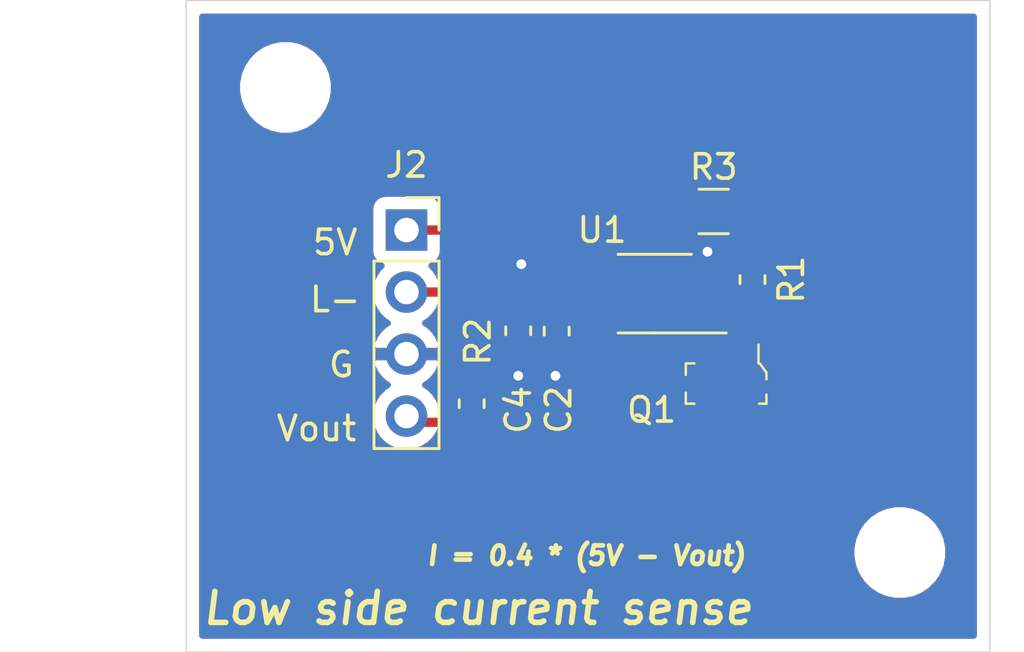
<source format=kicad_pcb>
(kicad_pcb (version 20171130) (host pcbnew 5.1.6-c6e7f7d~87~ubuntu18.04.1)

  (general
    (thickness 1.6)
    (drawings 11)
    (tracks 48)
    (zones 0)
    (modules 10)
    (nets 11)
  )

  (page A4)
  (layers
    (0 F.Cu signal)
    (31 B.Cu signal)
    (32 B.Adhes user)
    (33 F.Adhes user)
    (34 B.Paste user)
    (35 F.Paste user)
    (36 B.SilkS user)
    (37 F.SilkS user)
    (38 B.Mask user)
    (39 F.Mask user)
    (40 Dwgs.User user)
    (41 Cmts.User user)
    (42 Eco1.User user)
    (43 Eco2.User user hide)
    (44 Edge.Cuts user)
    (45 Margin user)
    (46 B.CrtYd user)
    (47 F.CrtYd user)
    (48 B.Fab user)
    (49 F.Fab user hide)
  )

  (setup
    (last_trace_width 0.381)
    (user_trace_width 0.1524)
    (user_trace_width 0.254)
    (user_trace_width 0.381)
    (user_trace_width 0.508)
    (user_trace_width 0.635)
    (trace_clearance 0.2)
    (zone_clearance 0.508)
    (zone_45_only no)
    (trace_min 0.2)
    (via_size 0.8)
    (via_drill 0.4)
    (via_min_size 0.4)
    (via_min_drill 0.3)
    (uvia_size 0.3)
    (uvia_drill 0.1)
    (uvias_allowed no)
    (uvia_min_size 0.2)
    (uvia_min_drill 0.1)
    (edge_width 0.05)
    (segment_width 0.2)
    (pcb_text_width 0.3)
    (pcb_text_size 1.5 1.5)
    (mod_edge_width 0.12)
    (mod_text_size 1 1)
    (mod_text_width 0.15)
    (pad_size 1.524 1.524)
    (pad_drill 0.762)
    (pad_to_mask_clearance 0.05)
    (aux_axis_origin 0 0)
    (visible_elements FFFFFF7F)
    (pcbplotparams
      (layerselection 0x010fc_ffffffff)
      (usegerberextensions false)
      (usegerberattributes true)
      (usegerberadvancedattributes true)
      (creategerberjobfile true)
      (excludeedgelayer true)
      (linewidth 0.100000)
      (plotframeref false)
      (viasonmask false)
      (mode 1)
      (useauxorigin false)
      (hpglpennumber 1)
      (hpglpenspeed 20)
      (hpglpendiameter 15.000000)
      (psnegative false)
      (psa4output false)
      (plotreference true)
      (plotvalue true)
      (plotinvisibletext false)
      (padsonsilk false)
      (subtractmaskfromsilk false)
      (outputformat 1)
      (mirror false)
      (drillshape 0)
      (scaleselection 1)
      (outputdirectory "../production/gerbers"))
  )

  (net 0 "")
  (net 1 GND)
  (net 2 /Vout)
  (net 3 "Net-(U1-Pad8)")
  (net 4 +5V)
  (net 5 "Net-(U1-Pad5)")
  (net 6 "Net-(U1-Pad1)")
  (net 7 /LOAD_RETURN)
  (net 8 "Net-(Q1-Pad1)")
  (net 9 "Net-(Q1-Pad2)")
  (net 10 "Net-(R1-Pad2)")

  (net_class Default "This is the default net class."
    (clearance 0.2)
    (trace_width 0.25)
    (via_dia 0.8)
    (via_drill 0.4)
    (uvia_dia 0.3)
    (uvia_drill 0.1)
    (add_net +5V)
    (add_net /LOAD_RETURN)
    (add_net /Vout)
    (add_net GND)
    (add_net "Net-(Q1-Pad1)")
    (add_net "Net-(Q1-Pad2)")
    (add_net "Net-(R1-Pad2)")
    (add_net "Net-(U1-Pad1)")
    (add_net "Net-(U1-Pad5)")
    (add_net "Net-(U1-Pad8)")
  )

  (module Resistor_SMD:R_1206_3216Metric (layer F.Cu) (tedit 5B301BBD) (tstamp 61AC7634)
    (at 165.1 92.456)
    (descr "Resistor SMD 1206 (3216 Metric), square (rectangular) end terminal, IPC_7351 nominal, (Body size source: http://www.tortai-tech.com/upload/download/2011102023233369053.pdf), generated with kicad-footprint-generator")
    (tags resistor)
    (path /61AFA3B2)
    (attr smd)
    (fp_text reference R3 (at 0 -1.82) (layer F.SilkS)
      (effects (font (size 1 1) (thickness 0.15)))
    )
    (fp_text value 0.1R (at 0 1.82) (layer F.Fab)
      (effects (font (size 1 1) (thickness 0.15)))
    )
    (fp_text user %R (at 0 0) (layer F.Fab)
      (effects (font (size 0.8 0.8) (thickness 0.12)))
    )
    (fp_line (start -1.6 0.8) (end -1.6 -0.8) (layer F.Fab) (width 0.1))
    (fp_line (start -1.6 -0.8) (end 1.6 -0.8) (layer F.Fab) (width 0.1))
    (fp_line (start 1.6 -0.8) (end 1.6 0.8) (layer F.Fab) (width 0.1))
    (fp_line (start 1.6 0.8) (end -1.6 0.8) (layer F.Fab) (width 0.1))
    (fp_line (start -0.602064 -0.91) (end 0.602064 -0.91) (layer F.SilkS) (width 0.12))
    (fp_line (start -0.602064 0.91) (end 0.602064 0.91) (layer F.SilkS) (width 0.12))
    (fp_line (start -2.28 1.12) (end -2.28 -1.12) (layer F.CrtYd) (width 0.05))
    (fp_line (start -2.28 -1.12) (end 2.28 -1.12) (layer F.CrtYd) (width 0.05))
    (fp_line (start 2.28 -1.12) (end 2.28 1.12) (layer F.CrtYd) (width 0.05))
    (fp_line (start 2.28 1.12) (end -2.28 1.12) (layer F.CrtYd) (width 0.05))
    (pad 2 smd roundrect (at 1.4 0) (size 1.25 1.75) (layers F.Cu F.Paste F.Mask) (roundrect_rratio 0.2)
      (net 10 "Net-(R1-Pad2)"))
    (pad 1 smd roundrect (at -1.4 0) (size 1.25 1.75) (layers F.Cu F.Paste F.Mask) (roundrect_rratio 0.2)
      (net 7 /LOAD_RETURN))
    (model ${KISYS3DMOD}/Resistor_SMD.3dshapes/R_1206_3216Metric.wrl
      (at (xyz 0 0 0))
      (scale (xyz 1 1 1))
      (rotate (xyz 0 0 0))
    )
  )

  (module Package_SO:MSOP-8_3x3mm_P0.65mm (layer F.Cu) (tedit 5E509FDD) (tstamp 61AC764E)
    (at 162.687 95.8215 180)
    (descr "MSOP, 8 Pin (https://www.jedec.org/system/files/docs/mo-187F.pdf variant AA), generated with kicad-footprint-generator ipc_gullwing_generator.py")
    (tags "MSOP SO")
    (path /61ACA9EB)
    (attr smd)
    (fp_text reference U1 (at 2.159 2.6035) (layer F.SilkS)
      (effects (font (size 1 1) (thickness 0.15)))
    )
    (fp_text value AD8551RM (at 0 2.45) (layer F.Fab)
      (effects (font (size 1 1) (thickness 0.15)))
    )
    (fp_text user %R (at 0 0) (layer F.Fab)
      (effects (font (size 0.75 0.75) (thickness 0.11)))
    )
    (fp_line (start 0 1.61) (end 1.5 1.61) (layer F.SilkS) (width 0.12))
    (fp_line (start 0 1.61) (end -1.5 1.61) (layer F.SilkS) (width 0.12))
    (fp_line (start 0 -1.61) (end 1.5 -1.61) (layer F.SilkS) (width 0.12))
    (fp_line (start 0 -1.61) (end -2.925 -1.61) (layer F.SilkS) (width 0.12))
    (fp_line (start -0.75 -1.5) (end 1.5 -1.5) (layer F.Fab) (width 0.1))
    (fp_line (start 1.5 -1.5) (end 1.5 1.5) (layer F.Fab) (width 0.1))
    (fp_line (start 1.5 1.5) (end -1.5 1.5) (layer F.Fab) (width 0.1))
    (fp_line (start -1.5 1.5) (end -1.5 -0.75) (layer F.Fab) (width 0.1))
    (fp_line (start -1.5 -0.75) (end -0.75 -1.5) (layer F.Fab) (width 0.1))
    (fp_line (start -3.18 -1.75) (end -3.18 1.75) (layer F.CrtYd) (width 0.05))
    (fp_line (start -3.18 1.75) (end 3.18 1.75) (layer F.CrtYd) (width 0.05))
    (fp_line (start 3.18 1.75) (end 3.18 -1.75) (layer F.CrtYd) (width 0.05))
    (fp_line (start 3.18 -1.75) (end -3.18 -1.75) (layer F.CrtYd) (width 0.05))
    (pad 8 smd roundrect (at 2.1125 -0.975 180) (size 1.625 0.4) (layers F.Cu F.Paste F.Mask) (roundrect_rratio 0.25)
      (net 3 "Net-(U1-Pad8)"))
    (pad 7 smd roundrect (at 2.1125 -0.325 180) (size 1.625 0.4) (layers F.Cu F.Paste F.Mask) (roundrect_rratio 0.25)
      (net 4 +5V))
    (pad 6 smd roundrect (at 2.1125 0.325 180) (size 1.625 0.4) (layers F.Cu F.Paste F.Mask) (roundrect_rratio 0.25)
      (net 9 "Net-(Q1-Pad2)"))
    (pad 5 smd roundrect (at 2.1125 0.975 180) (size 1.625 0.4) (layers F.Cu F.Paste F.Mask) (roundrect_rratio 0.25)
      (net 5 "Net-(U1-Pad5)"))
    (pad 4 smd roundrect (at -2.1125 0.975 180) (size 1.625 0.4) (layers F.Cu F.Paste F.Mask) (roundrect_rratio 0.25)
      (net 1 GND))
    (pad 3 smd roundrect (at -2.1125 0.325 180) (size 1.625 0.4) (layers F.Cu F.Paste F.Mask) (roundrect_rratio 0.25)
      (net 7 /LOAD_RETURN))
    (pad 2 smd roundrect (at -2.1125 -0.325 180) (size 1.625 0.4) (layers F.Cu F.Paste F.Mask) (roundrect_rratio 0.25)
      (net 8 "Net-(Q1-Pad1)"))
    (pad 1 smd roundrect (at -2.1125 -0.975 180) (size 1.625 0.4) (layers F.Cu F.Paste F.Mask) (roundrect_rratio 0.25)
      (net 6 "Net-(U1-Pad1)"))
    (model ${KISYS3DMOD}/Package_SO.3dshapes/MSOP-8_3x3mm_P0.65mm.wrl
      (at (xyz 0 0 0))
      (scale (xyz 1 1 1))
      (rotate (xyz 0 0 0))
    )
  )

  (module Resistor_SMD:R_0603_1608Metric (layer F.Cu) (tedit 5B301BBD) (tstamp 61AC7623)
    (at 155.194 100.33 270)
    (descr "Resistor SMD 0603 (1608 Metric), square (rectangular) end terminal, IPC_7351 nominal, (Body size source: http://www.tortai-tech.com/upload/download/2011102023233369053.pdf), generated with kicad-footprint-generator")
    (tags resistor)
    (path /61AF70FF)
    (attr smd)
    (fp_text reference R2 (at -2.54 -0.254 90) (layer F.SilkS)
      (effects (font (size 1 1) (thickness 0.15)))
    )
    (fp_text value 2.49K (at 0 1.43 90) (layer F.Fab)
      (effects (font (size 1 1) (thickness 0.15)))
    )
    (fp_text user %R (at 0 0 90) (layer F.Fab)
      (effects (font (size 0.4 0.4) (thickness 0.06)))
    )
    (fp_line (start -0.8 0.4) (end -0.8 -0.4) (layer F.Fab) (width 0.1))
    (fp_line (start -0.8 -0.4) (end 0.8 -0.4) (layer F.Fab) (width 0.1))
    (fp_line (start 0.8 -0.4) (end 0.8 0.4) (layer F.Fab) (width 0.1))
    (fp_line (start 0.8 0.4) (end -0.8 0.4) (layer F.Fab) (width 0.1))
    (fp_line (start -0.162779 -0.51) (end 0.162779 -0.51) (layer F.SilkS) (width 0.12))
    (fp_line (start -0.162779 0.51) (end 0.162779 0.51) (layer F.SilkS) (width 0.12))
    (fp_line (start -1.48 0.73) (end -1.48 -0.73) (layer F.CrtYd) (width 0.05))
    (fp_line (start -1.48 -0.73) (end 1.48 -0.73) (layer F.CrtYd) (width 0.05))
    (fp_line (start 1.48 -0.73) (end 1.48 0.73) (layer F.CrtYd) (width 0.05))
    (fp_line (start 1.48 0.73) (end -1.48 0.73) (layer F.CrtYd) (width 0.05))
    (pad 2 smd roundrect (at 0.7875 0 270) (size 0.875 0.95) (layers F.Cu F.Paste F.Mask) (roundrect_rratio 0.25)
      (net 2 /Vout))
    (pad 1 smd roundrect (at -0.7875 0 270) (size 0.875 0.95) (layers F.Cu F.Paste F.Mask) (roundrect_rratio 0.25)
      (net 4 +5V))
    (model ${KISYS3DMOD}/Resistor_SMD.3dshapes/R_0603_1608Metric.wrl
      (at (xyz 0 0 0))
      (scale (xyz 1 1 1))
      (rotate (xyz 0 0 0))
    )
  )

  (module Resistor_SMD:R_0603_1608Metric (layer F.Cu) (tedit 5B301BBD) (tstamp 61AC7612)
    (at 166.6875 95.25 90)
    (descr "Resistor SMD 0603 (1608 Metric), square (rectangular) end terminal, IPC_7351 nominal, (Body size source: http://www.tortai-tech.com/upload/download/2011102023233369053.pdf), generated with kicad-footprint-generator")
    (tags resistor)
    (path /61AF9EFB)
    (attr smd)
    (fp_text reference R1 (at 0 1.5875 90) (layer F.SilkS)
      (effects (font (size 1 1) (thickness 0.15)))
    )
    (fp_text value 100R (at 0 1.43 90) (layer F.Fab)
      (effects (font (size 1 1) (thickness 0.15)))
    )
    (fp_text user %R (at 0 0 90) (layer F.Fab)
      (effects (font (size 0.4 0.4) (thickness 0.06)))
    )
    (fp_line (start -0.8 0.4) (end -0.8 -0.4) (layer F.Fab) (width 0.1))
    (fp_line (start -0.8 -0.4) (end 0.8 -0.4) (layer F.Fab) (width 0.1))
    (fp_line (start 0.8 -0.4) (end 0.8 0.4) (layer F.Fab) (width 0.1))
    (fp_line (start 0.8 0.4) (end -0.8 0.4) (layer F.Fab) (width 0.1))
    (fp_line (start -0.162779 -0.51) (end 0.162779 -0.51) (layer F.SilkS) (width 0.12))
    (fp_line (start -0.162779 0.51) (end 0.162779 0.51) (layer F.SilkS) (width 0.12))
    (fp_line (start -1.48 0.73) (end -1.48 -0.73) (layer F.CrtYd) (width 0.05))
    (fp_line (start -1.48 -0.73) (end 1.48 -0.73) (layer F.CrtYd) (width 0.05))
    (fp_line (start 1.48 -0.73) (end 1.48 0.73) (layer F.CrtYd) (width 0.05))
    (fp_line (start 1.48 0.73) (end -1.48 0.73) (layer F.CrtYd) (width 0.05))
    (pad 2 smd roundrect (at 0.7875 0 90) (size 0.875 0.95) (layers F.Cu F.Paste F.Mask) (roundrect_rratio 0.25)
      (net 10 "Net-(R1-Pad2)"))
    (pad 1 smd roundrect (at -0.7875 0 90) (size 0.875 0.95) (layers F.Cu F.Paste F.Mask) (roundrect_rratio 0.25)
      (net 8 "Net-(Q1-Pad1)"))
    (model ${KISYS3DMOD}/Resistor_SMD.3dshapes/R_0603_1608Metric.wrl
      (at (xyz 0 0 0))
      (scale (xyz 1 1 1))
      (rotate (xyz 0 0 0))
    )
  )

  (module digikey-footprints:SOT-23-3 (layer F.Cu) (tedit 5D28A5E3) (tstamp 61AC7601)
    (at 165.608 99.5045 270)
    (path /61AF4A02)
    (attr smd)
    (fp_text reference Q1 (at 1.0795 3.048 180) (layer F.SilkS)
      (effects (font (size 1 1) (thickness 0.15)))
    )
    (fp_text value 2N3904BU (at 0.025 3.25 90) (layer F.Fab)
      (effects (font (size 1 1) (thickness 0.15)))
    )
    (fp_text user %R (at -0.125 0.15 90) (layer F.Fab)
      (effects (font (size 0.25 0.25) (thickness 0.05)))
    )
    (fp_line (start -1.825 -1.95) (end 1.825 -1.95) (layer F.CrtYd) (width 0.05))
    (fp_line (start -1.825 -1.95) (end -1.825 1.95) (layer F.CrtYd) (width 0.05))
    (fp_line (start 1.825 1.95) (end -1.825 1.95) (layer F.CrtYd) (width 0.05))
    (fp_line (start 1.825 -1.95) (end 1.825 1.95) (layer F.CrtYd) (width 0.05))
    (fp_line (start -0.175 -1.65) (end -0.45 -1.65) (layer F.SilkS) (width 0.1))
    (fp_line (start -0.45 -1.65) (end -0.825 -1.375) (layer F.SilkS) (width 0.1))
    (fp_line (start -0.825 -1.375) (end -0.825 -1.325) (layer F.SilkS) (width 0.1))
    (fp_line (start -0.825 -1.325) (end -1.6 -1.325) (layer F.SilkS) (width 0.1))
    (fp_line (start -0.7 -1.325) (end -0.7 1.525) (layer F.Fab) (width 0.1))
    (fp_line (start -0.425 -1.525) (end 0.7 -1.525) (layer F.Fab) (width 0.1))
    (fp_line (start -0.425 -1.525) (end -0.7 -1.325) (layer F.Fab) (width 0.1))
    (fp_line (start -0.35 1.65) (end -0.825 1.65) (layer F.SilkS) (width 0.1))
    (fp_line (start -0.825 1.65) (end -0.825 1.3) (layer F.SilkS) (width 0.1))
    (fp_line (start 0.825 1.425) (end 0.825 1.3) (layer F.SilkS) (width 0.1))
    (fp_line (start 0.825 1.35) (end 0.825 1.65) (layer F.SilkS) (width 0.1))
    (fp_line (start 0.825 1.65) (end 0.375 1.65) (layer F.SilkS) (width 0.1))
    (fp_line (start 0.45 -1.65) (end 0.825 -1.65) (layer F.SilkS) (width 0.1))
    (fp_line (start 0.825 -1.65) (end 0.825 -1.35) (layer F.SilkS) (width 0.1))
    (fp_line (start -0.7 1.52) (end 0.7 1.52) (layer F.Fab) (width 0.1))
    (fp_line (start 0.7 1.52) (end 0.7 -1.52) (layer F.Fab) (width 0.1))
    (pad 1 smd rect (at -1.05 -0.95 270) (size 1.3 0.6) (layers F.Cu F.Paste F.Mask)
      (net 8 "Net-(Q1-Pad1)") (solder_mask_margin 0.07))
    (pad 2 smd rect (at -1.05 0.95 270) (size 1.3 0.6) (layers F.Cu F.Paste F.Mask)
      (net 9 "Net-(Q1-Pad2)") (solder_mask_margin 0.07))
    (pad 3 smd rect (at 1.05 0 270) (size 1.3 0.6) (layers F.Cu F.Paste F.Mask)
      (net 2 /Vout) (solder_mask_margin 0.07))
    (model ${KISYS3DMOD}/Package_TO_SOT_SMD.3dshapes/SOT-23.wrl
      (at (xyz 0 0 0))
      (scale (xyz 1 1 1))
      (rotate (xyz 0 0 0))
    )
  )

  (module Capacitor_SMD:C_0603_1608Metric (layer F.Cu) (tedit 5B301BBE) (tstamp 61AC6D3D)
    (at 157.099 97.3455 90)
    (descr "Capacitor SMD 0603 (1608 Metric), square (rectangular) end terminal, IPC_7351 nominal, (Body size source: http://www.tortai-tech.com/upload/download/2011102023233369053.pdf), generated with kicad-footprint-generator")
    (tags capacitor)
    (path /61C7449E)
    (attr smd)
    (fp_text reference C4 (at -3.2385 0 90) (layer F.SilkS)
      (effects (font (size 1 1) (thickness 0.15)))
    )
    (fp_text value 1uF (at 0 1.43 90) (layer F.Fab)
      (effects (font (size 1 1) (thickness 0.15)))
    )
    (fp_line (start 1.48 0.73) (end -1.48 0.73) (layer F.CrtYd) (width 0.05))
    (fp_line (start 1.48 -0.73) (end 1.48 0.73) (layer F.CrtYd) (width 0.05))
    (fp_line (start -1.48 -0.73) (end 1.48 -0.73) (layer F.CrtYd) (width 0.05))
    (fp_line (start -1.48 0.73) (end -1.48 -0.73) (layer F.CrtYd) (width 0.05))
    (fp_line (start -0.162779 0.51) (end 0.162779 0.51) (layer F.SilkS) (width 0.12))
    (fp_line (start -0.162779 -0.51) (end 0.162779 -0.51) (layer F.SilkS) (width 0.12))
    (fp_line (start 0.8 0.4) (end -0.8 0.4) (layer F.Fab) (width 0.1))
    (fp_line (start 0.8 -0.4) (end 0.8 0.4) (layer F.Fab) (width 0.1))
    (fp_line (start -0.8 -0.4) (end 0.8 -0.4) (layer F.Fab) (width 0.1))
    (fp_line (start -0.8 0.4) (end -0.8 -0.4) (layer F.Fab) (width 0.1))
    (fp_text user %R (at 0 0 90) (layer F.Fab)
      (effects (font (size 0.4 0.4) (thickness 0.06)))
    )
    (pad 2 smd roundrect (at 0.7875 0 90) (size 0.875 0.95) (layers F.Cu F.Paste F.Mask) (roundrect_rratio 0.25)
      (net 4 +5V))
    (pad 1 smd roundrect (at -0.7875 0 90) (size 0.875 0.95) (layers F.Cu F.Paste F.Mask) (roundrect_rratio 0.25)
      (net 1 GND))
    (model ${KISYS3DMOD}/Capacitor_SMD.3dshapes/C_0603_1608Metric.wrl
      (at (xyz 0 0 0))
      (scale (xyz 1 1 1))
      (rotate (xyz 0 0 0))
    )
  )

  (module Capacitor_SMD:C_0603_1608Metric (layer F.Cu) (tedit 5B301BBE) (tstamp 61AB55EC)
    (at 158.6738 97.3582 90)
    (descr "Capacitor SMD 0603 (1608 Metric), square (rectangular) end terminal, IPC_7351 nominal, (Body size source: http://www.tortai-tech.com/upload/download/2011102023233369053.pdf), generated with kicad-footprint-generator")
    (tags capacitor)
    (path /61B1DCDA)
    (attr smd)
    (fp_text reference C2 (at -3.2258 0.0762 90) (layer F.SilkS)
      (effects (font (size 1 1) (thickness 0.15)))
    )
    (fp_text value 100nF (at 0 1.43 90) (layer F.Fab)
      (effects (font (size 1 1) (thickness 0.15)))
    )
    (fp_line (start 1.48 0.73) (end -1.48 0.73) (layer F.CrtYd) (width 0.05))
    (fp_line (start 1.48 -0.73) (end 1.48 0.73) (layer F.CrtYd) (width 0.05))
    (fp_line (start -1.48 -0.73) (end 1.48 -0.73) (layer F.CrtYd) (width 0.05))
    (fp_line (start -1.48 0.73) (end -1.48 -0.73) (layer F.CrtYd) (width 0.05))
    (fp_line (start -0.162779 0.51) (end 0.162779 0.51) (layer F.SilkS) (width 0.12))
    (fp_line (start -0.162779 -0.51) (end 0.162779 -0.51) (layer F.SilkS) (width 0.12))
    (fp_line (start 0.8 0.4) (end -0.8 0.4) (layer F.Fab) (width 0.1))
    (fp_line (start 0.8 -0.4) (end 0.8 0.4) (layer F.Fab) (width 0.1))
    (fp_line (start -0.8 -0.4) (end 0.8 -0.4) (layer F.Fab) (width 0.1))
    (fp_line (start -0.8 0.4) (end -0.8 -0.4) (layer F.Fab) (width 0.1))
    (fp_text user %R (at 0 0 90) (layer F.Fab)
      (effects (font (size 0.4 0.4) (thickness 0.06)))
    )
    (pad 2 smd roundrect (at 0.7875 0 90) (size 0.875 0.95) (layers F.Cu F.Paste F.Mask) (roundrect_rratio 0.25)
      (net 4 +5V))
    (pad 1 smd roundrect (at -0.7875 0 90) (size 0.875 0.95) (layers F.Cu F.Paste F.Mask) (roundrect_rratio 0.25)
      (net 1 GND))
    (model ${KISYS3DMOD}/Capacitor_SMD.3dshapes/C_0603_1608Metric.wrl
      (at (xyz 0 0 0))
      (scale (xyz 1 1 1))
      (rotate (xyz 0 0 0))
    )
  )

  (module MountingHole:MountingHole_2.7mm_M2.5 (layer F.Cu) (tedit 56D1B4CB) (tstamp 61A8CCDD)
    (at 172.72 106.426)
    (descr "Mounting Hole 2.7mm, no annular, M2.5")
    (tags "mounting hole 2.7mm no annular m2.5")
    (path /61B14D6F)
    (attr virtual)
    (fp_text reference H2 (at -4.064 2.286) (layer F.SilkS) hide
      (effects (font (size 1 1) (thickness 0.15)))
    )
    (fp_text value MountingHole (at 0 3.7) (layer F.Fab)
      (effects (font (size 1 1) (thickness 0.15)))
    )
    (fp_circle (center 0 0) (end 2.7 0) (layer Cmts.User) (width 0.15))
    (fp_circle (center 0 0) (end 2.95 0) (layer F.CrtYd) (width 0.05))
    (fp_text user %R (at 0.3 0) (layer F.Fab)
      (effects (font (size 1 1) (thickness 0.15)))
    )
    (pad 1 np_thru_hole circle (at 0 0) (size 2.7 2.7) (drill 2.7) (layers *.Cu *.Mask))
  )

  (module MountingHole:MountingHole_2.7mm_M2.5 (layer F.Cu) (tedit 56D1B4CB) (tstamp 61A8D2F5)
    (at 147.574 87.376)
    (descr "Mounting Hole 2.7mm, no annular, M2.5")
    (tags "mounting hole 2.7mm no annular m2.5")
    (path /61B1347B)
    (attr virtual)
    (fp_text reference H1 (at 0 -3.7) (layer F.SilkS) hide
      (effects (font (size 1 1) (thickness 0.15)))
    )
    (fp_text value MountingHole (at 0 3.7) (layer F.Fab)
      (effects (font (size 1 1) (thickness 0.15)))
    )
    (fp_circle (center 0 0) (end 2.7 0) (layer Cmts.User) (width 0.15))
    (fp_circle (center 0 0) (end 2.95 0) (layer F.CrtYd) (width 0.05))
    (fp_text user %R (at 0.3 0) (layer F.Fab)
      (effects (font (size 1 1) (thickness 0.15)))
    )
    (pad 1 np_thru_hole circle (at 0 0) (size 2.7 2.7) (drill 2.7) (layers *.Cu *.Mask))
  )

  (module Connector_PinSocket_2.54mm:PinSocket_1x04_P2.54mm_Vertical (layer F.Cu) (tedit 5A19A429) (tstamp 61A8D878)
    (at 152.527 93.218)
    (descr "Through hole straight socket strip, 1x04, 2.54mm pitch, single row (from Kicad 4.0.7), script generated")
    (tags "Through hole socket strip THT 1x04 2.54mm single row")
    (path /61A8D521)
    (fp_text reference J2 (at 0 -2.667) (layer F.SilkS)
      (effects (font (size 1 1) (thickness 0.15)))
    )
    (fp_text value Conn_01x04 (at 0 10.39) (layer F.Fab)
      (effects (font (size 1 1) (thickness 0.15)))
    )
    (fp_line (start -1.27 -1.27) (end 0.635 -1.27) (layer F.Fab) (width 0.1))
    (fp_line (start 0.635 -1.27) (end 1.27 -0.635) (layer F.Fab) (width 0.1))
    (fp_line (start 1.27 -0.635) (end 1.27 8.89) (layer F.Fab) (width 0.1))
    (fp_line (start 1.27 8.89) (end -1.27 8.89) (layer F.Fab) (width 0.1))
    (fp_line (start -1.27 8.89) (end -1.27 -1.27) (layer F.Fab) (width 0.1))
    (fp_line (start -1.33 1.27) (end 1.33 1.27) (layer F.SilkS) (width 0.12))
    (fp_line (start -1.33 1.27) (end -1.33 8.95) (layer F.SilkS) (width 0.12))
    (fp_line (start -1.33 8.95) (end 1.33 8.95) (layer F.SilkS) (width 0.12))
    (fp_line (start 1.33 1.27) (end 1.33 8.95) (layer F.SilkS) (width 0.12))
    (fp_line (start 1.33 -1.33) (end 1.33 0) (layer F.SilkS) (width 0.12))
    (fp_line (start 0 -1.33) (end 1.33 -1.33) (layer F.SilkS) (width 0.12))
    (fp_line (start -1.8 -1.8) (end 1.75 -1.8) (layer F.CrtYd) (width 0.05))
    (fp_line (start 1.75 -1.8) (end 1.75 9.4) (layer F.CrtYd) (width 0.05))
    (fp_line (start 1.75 9.4) (end -1.8 9.4) (layer F.CrtYd) (width 0.05))
    (fp_line (start -1.8 9.4) (end -1.8 -1.8) (layer F.CrtYd) (width 0.05))
    (fp_text user %R (at 0 3.81 90) (layer F.Fab)
      (effects (font (size 1 1) (thickness 0.15)))
    )
    (pad 4 thru_hole oval (at 0 7.62) (size 1.7 1.7) (drill 1) (layers *.Cu *.Mask)
      (net 2 /Vout))
    (pad 3 thru_hole oval (at 0 5.08) (size 1.7 1.7) (drill 1) (layers *.Cu *.Mask)
      (net 1 GND))
    (pad 2 thru_hole oval (at 0 2.54) (size 1.7 1.7) (drill 1) (layers *.Cu *.Mask)
      (net 4 +5V))
    (pad 1 thru_hole rect (at 0 0) (size 1.7 1.7) (drill 1) (layers *.Cu *.Mask)
      (net 7 /LOAD_RETURN))
  )

  (gr_text "I = 0.4 * (5V - Vout)\n" (at 159.893 106.553) (layer F.SilkS) (tstamp 61AB76A2)
    (effects (font (size 0.762 0.762) (thickness 0.1905) italic))
  )
  (gr_text G (at 149.86 98.7298) (layer F.SilkS) (tstamp 61AB6076)
    (effects (font (size 1 1) (thickness 0.15)))
  )
  (gr_text L- (at 149.606 96.0628) (layer F.SilkS) (tstamp 61AB6068)
    (effects (font (size 1 1) (thickness 0.15)))
  )
  (gr_text "Low side current sense" (at 155.448 108.712) (layer F.SilkS)
    (effects (font (size 1.27 1.27) (thickness 0.2286) italic))
  )
  (gr_text "12/4/2021\n" (at 171.2976 85.217) (layer F.Mask) (tstamp 61A8E1A5)
    (effects (font (size 1 1) (thickness 0.15) italic))
  )
  (gr_text 5V (at 149.606 93.726) (layer F.SilkS) (tstamp 61A8DF55)
    (effects (font (size 1 1) (thickness 0.15)))
  )
  (gr_text Vout (at 148.844 101.346) (layer F.SilkS) (tstamp 61A8DF49)
    (effects (font (size 1 1) (thickness 0.15)))
  )
  (gr_line (start 176.403 83.82) (end 143.51 83.82) (layer Edge.Cuts) (width 0.05))
  (gr_line (start 176.403 110.49) (end 176.403 83.82) (layer Edge.Cuts) (width 0.05))
  (gr_line (start 143.51 110.49) (end 176.403 110.49) (layer Edge.Cuts) (width 0.05))
  (gr_line (start 143.51 83.82) (end 143.51 110.49) (layer Edge.Cuts) (width 0.05))

  (via (at 157.099 99.187) (size 0.8) (drill 0.4) (layers F.Cu B.Cu) (net 1))
  (via (at 158.623 99.187) (size 0.8) (drill 0.4) (layers F.Cu B.Cu) (net 1))
  (via (at 164.846 94.107) (size 0.8) (drill 0.4) (layers F.Cu B.Cu) (net 1))
  (segment (start 164.846 94.8) (end 164.7995 94.8465) (width 0.381) (layer F.Cu) (net 1))
  (segment (start 164.846 94.107) (end 164.846 94.8) (width 0.381) (layer F.Cu) (net 1))
  (segment (start 157.099 98.133) (end 157.099 99.187) (width 0.381) (layer F.Cu) (net 1))
  (segment (start 158.6738 99.1362) (end 158.623 99.187) (width 0.381) (layer F.Cu) (net 1))
  (segment (start 158.6738 98.1457) (end 158.6738 99.1362) (width 0.381) (layer F.Cu) (net 1))
  (via (at 157.226 94.615) (size 0.8) (drill 0.4) (layers F.Cu B.Cu) (net 1))
  (segment (start 152.837 101.148) (end 152.527 100.838) (width 0.381) (layer F.Cu) (net 2))
  (segment (start 152.781 100.584) (end 152.527 100.838) (width 0.381) (layer F.Cu) (net 2))
  (segment (start 156.718 101.092) (end 157.226 100.584) (width 0.381) (layer F.Cu) (net 2))
  (segment (start 165.5785 100.584) (end 165.608 100.5545) (width 0.381) (layer F.Cu) (net 2))
  (segment (start 157.226 100.584) (end 165.5785 100.584) (width 0.381) (layer F.Cu) (net 2))
  (segment (start 155.194 101.1175) (end 155.2195 101.092) (width 0.381) (layer F.Cu) (net 2))
  (segment (start 155.2195 101.092) (end 156.718 101.092) (width 0.381) (layer F.Cu) (net 2))
  (segment (start 155.1685 101.092) (end 155.194 101.1175) (width 0.381) (layer F.Cu) (net 2))
  (segment (start 152.527 100.838) (end 152.781 101.092) (width 0.381) (layer F.Cu) (net 2))
  (segment (start 152.781 101.092) (end 155.1685 101.092) (width 0.381) (layer F.Cu) (net 2))
  (segment (start 159.098 96.1465) (end 158.6738 96.5707) (width 0.25) (layer F.Cu) (net 4))
  (segment (start 160.5745 96.1465) (end 159.098 96.1465) (width 0.25) (layer F.Cu) (net 4))
  (segment (start 158.6611 96.558) (end 158.6738 96.5707) (width 0.25) (layer F.Cu) (net 4))
  (segment (start 157.099 96.558) (end 158.6611 96.558) (width 0.25) (layer F.Cu) (net 4))
  (segment (start 152.527 95.758) (end 154.178 95.758) (width 0.381) (layer F.Cu) (net 4))
  (segment (start 154.178 95.758) (end 154.978 96.558) (width 0.381) (layer F.Cu) (net 4))
  (segment (start 155.232 99.5045) (end 155.194 99.5425) (width 0.381) (layer F.Cu) (net 4))
  (segment (start 155.232 96.558) (end 155.232 99.5045) (width 0.381) (layer F.Cu) (net 4))
  (segment (start 155.232 96.558) (end 157.099 96.558) (width 0.381) (layer F.Cu) (net 4))
  (segment (start 154.978 96.558) (end 155.232 96.558) (width 0.381) (layer F.Cu) (net 4))
  (segment (start 163.8225 95.4965) (end 164.7995 95.4965) (width 0.25) (layer F.Cu) (net 7))
  (segment (start 163.322 94.996) (end 163.8225 95.4965) (width 0.25) (layer F.Cu) (net 7))
  (segment (start 163.7 92.456) (end 163.322 92.834) (width 0.25) (layer F.Cu) (net 7))
  (segment (start 163.322 92.834) (end 163.322 94.234) (width 0.25) (layer F.Cu) (net 7))
  (segment (start 163.322 94.234) (end 163.322 94.996) (width 0.25) (layer F.Cu) (net 7) (tstamp 61AC8685))
  (segment (start 152.527 93.218) (end 161.29 93.218) (width 0.381) (layer F.Cu) (net 7))
  (segment (start 162.052 92.456) (end 163.7 92.456) (width 0.381) (layer F.Cu) (net 7))
  (segment (start 161.29 93.218) (end 162.052 92.456) (width 0.381) (layer F.Cu) (net 7))
  (segment (start 166.5785 96.1465) (end 166.6875 96.0375) (width 0.25) (layer F.Cu) (net 8))
  (segment (start 164.7995 96.1465) (end 166.5785 96.1465) (width 0.25) (layer F.Cu) (net 8))
  (segment (start 166.558 96.167) (end 166.6875 96.0375) (width 0.25) (layer F.Cu) (net 8))
  (segment (start 166.558 98.4545) (end 166.558 96.167) (width 0.25) (layer F.Cu) (net 8))
  (segment (start 162.687 97.155) (end 163.9865 98.4545) (width 0.25) (layer F.Cu) (net 9))
  (segment (start 160.5745 95.4965) (end 161.5365 95.4965) (width 0.25) (layer F.Cu) (net 9))
  (segment (start 163.9865 98.4545) (end 164.658 98.4545) (width 0.25) (layer F.Cu) (net 9))
  (segment (start 162.687 96.647) (end 162.687 97.155) (width 0.25) (layer F.Cu) (net 9))
  (segment (start 161.5365 95.4965) (end 162.687 96.647) (width 0.25) (layer F.Cu) (net 9))
  (segment (start 166.6495 94.4245) (end 166.6875 94.4625) (width 0.25) (layer F.Cu) (net 10))
  (segment (start 166.6495 92.964) (end 166.6495 94.4245) (width 0.25) (layer F.Cu) (net 10))

  (zone (net 1) (net_name GND) (layer F.Cu) (tstamp 61AC8F9B) (hatch edge 0.508)
    (connect_pads (clearance 0.508))
    (min_thickness 0.254)
    (fill yes (arc_segments 32) (thermal_gap 0.508) (thermal_bridge_width 0.508))
    (polygon
      (pts
        (xy 177.8 110.49) (xy 135.89 110.49) (xy 135.89 83.82) (xy 177.8 83.82)
      )
    )
    (filled_polygon
      (pts
        (xy 175.743 109.83) (xy 144.17 109.83) (xy 144.17 106.230495) (xy 170.735 106.230495) (xy 170.735 106.621505)
        (xy 170.811282 107.005003) (xy 170.960915 107.36625) (xy 171.178149 107.691364) (xy 171.454636 107.967851) (xy 171.77975 108.185085)
        (xy 172.140997 108.334718) (xy 172.524495 108.411) (xy 172.915505 108.411) (xy 173.299003 108.334718) (xy 173.66025 108.185085)
        (xy 173.985364 107.967851) (xy 174.261851 107.691364) (xy 174.479085 107.36625) (xy 174.628718 107.005003) (xy 174.705 106.621505)
        (xy 174.705 106.230495) (xy 174.628718 105.846997) (xy 174.479085 105.48575) (xy 174.261851 105.160636) (xy 173.985364 104.884149)
        (xy 173.66025 104.666915) (xy 173.299003 104.517282) (xy 172.915505 104.441) (xy 172.524495 104.441) (xy 172.140997 104.517282)
        (xy 171.77975 104.666915) (xy 171.454636 104.884149) (xy 171.178149 105.160636) (xy 170.960915 105.48575) (xy 170.811282 105.846997)
        (xy 170.735 106.230495) (xy 144.17 106.230495) (xy 144.17 92.368) (xy 151.038928 92.368) (xy 151.038928 94.068)
        (xy 151.051188 94.192482) (xy 151.087498 94.31218) (xy 151.146463 94.422494) (xy 151.225815 94.519185) (xy 151.322506 94.598537)
        (xy 151.43282 94.657502) (xy 151.50538 94.679513) (xy 151.373525 94.811368) (xy 151.21101 95.054589) (xy 151.099068 95.324842)
        (xy 151.042 95.61174) (xy 151.042 95.90426) (xy 151.099068 96.191158) (xy 151.21101 96.461411) (xy 151.373525 96.704632)
        (xy 151.580368 96.911475) (xy 151.762534 97.033195) (xy 151.645645 97.102822) (xy 151.429412 97.297731) (xy 151.255359 97.53108)
        (xy 151.130175 97.793901) (xy 151.085524 97.94111) (xy 151.206845 98.171) (xy 152.4 98.171) (xy 152.4 98.151)
        (xy 152.654 98.151) (xy 152.654 98.171) (xy 153.847155 98.171) (xy 153.968476 97.94111) (xy 153.923825 97.793901)
        (xy 153.798641 97.53108) (xy 153.624588 97.297731) (xy 153.408355 97.102822) (xy 153.291466 97.033195) (xy 153.473632 96.911475)
        (xy 153.680475 96.704632) (xy 153.761413 96.5835) (xy 153.836067 96.5835) (xy 154.365611 97.113044) (xy 154.391459 97.144541)
        (xy 154.4065 97.156885) (xy 154.406501 98.65665) (xy 154.331885 98.717885) (xy 154.225329 98.847725) (xy 154.14615 98.995858)
        (xy 154.097392 99.156592) (xy 154.080928 99.32375) (xy 154.080928 99.76125) (xy 154.097392 99.928408) (xy 154.14615 100.089142)
        (xy 154.225329 100.237275) (xy 154.249313 100.2665) (xy 153.897629 100.2665) (xy 153.84299 100.134589) (xy 153.680475 99.891368)
        (xy 153.473632 99.684525) (xy 153.291466 99.562805) (xy 153.408355 99.493178) (xy 153.624588 99.298269) (xy 153.798641 99.06492)
        (xy 153.923825 98.802099) (xy 153.968476 98.65489) (xy 153.847155 98.425) (xy 152.654 98.425) (xy 152.654 98.445)
        (xy 152.4 98.445) (xy 152.4 98.425) (xy 151.206845 98.425) (xy 151.085524 98.65489) (xy 151.130175 98.802099)
        (xy 151.255359 99.06492) (xy 151.429412 99.298269) (xy 151.645645 99.493178) (xy 151.762534 99.562805) (xy 151.580368 99.684525)
        (xy 151.373525 99.891368) (xy 151.21101 100.134589) (xy 151.099068 100.404842) (xy 151.042 100.69174) (xy 151.042 100.98426)
        (xy 151.099068 101.271158) (xy 151.21101 101.541411) (xy 151.373525 101.784632) (xy 151.580368 101.991475) (xy 151.823589 102.15399)
        (xy 152.093842 102.265932) (xy 152.38074 102.323) (xy 152.67326 102.323) (xy 152.960158 102.265932) (xy 153.230411 102.15399)
        (xy 153.473632 101.991475) (xy 153.547607 101.9175) (xy 154.311684 101.9175) (xy 154.331885 101.942115) (xy 154.461725 102.048671)
        (xy 154.609858 102.12785) (xy 154.770592 102.176608) (xy 154.93775 102.193072) (xy 155.45025 102.193072) (xy 155.617408 102.176608)
        (xy 155.778142 102.12785) (xy 155.926275 102.048671) (xy 156.056115 101.942115) (xy 156.076316 101.9175) (xy 156.67745 101.9175)
        (xy 156.718 101.921494) (xy 156.75855 101.9175) (xy 156.758553 101.9175) (xy 156.879826 101.905556) (xy 157.035434 101.858353)
        (xy 157.178842 101.781699) (xy 157.304541 101.678541) (xy 157.330398 101.647034) (xy 157.567932 101.4095) (xy 164.706613 101.4095)
        (xy 164.718498 101.44868) (xy 164.777463 101.558994) (xy 164.856815 101.655685) (xy 164.953506 101.735037) (xy 165.06382 101.794002)
        (xy 165.183518 101.830312) (xy 165.308 101.842572) (xy 165.908 101.842572) (xy 166.032482 101.830312) (xy 166.15218 101.794002)
        (xy 166.262494 101.735037) (xy 166.359185 101.655685) (xy 166.438537 101.558994) (xy 166.497502 101.44868) (xy 166.533812 101.328982)
        (xy 166.546072 101.2045) (xy 166.546072 99.9045) (xy 166.533812 99.780018) (xy 166.522453 99.742572) (xy 166.858 99.742572)
        (xy 166.982482 99.730312) (xy 167.10218 99.694002) (xy 167.212494 99.635037) (xy 167.309185 99.555685) (xy 167.388537 99.458994)
        (xy 167.447502 99.34868) (xy 167.483812 99.228982) (xy 167.496072 99.1045) (xy 167.496072 97.8045) (xy 167.483812 97.680018)
        (xy 167.447502 97.56032) (xy 167.388537 97.450006) (xy 167.318 97.364056) (xy 167.318 97.023071) (xy 167.419775 96.968671)
        (xy 167.549615 96.862115) (xy 167.656171 96.732275) (xy 167.73535 96.584142) (xy 167.784108 96.423408) (xy 167.800572 96.25625)
        (xy 167.800572 95.81875) (xy 167.784108 95.651592) (xy 167.73535 95.490858) (xy 167.656171 95.342725) (xy 167.580074 95.25)
        (xy 167.656171 95.157275) (xy 167.73535 95.009142) (xy 167.784108 94.848408) (xy 167.800572 94.68125) (xy 167.800572 94.24375)
        (xy 167.784108 94.076592) (xy 167.73535 93.915858) (xy 167.656171 93.767725) (xy 167.555454 93.645) (xy 167.613405 93.574386)
        (xy 167.695472 93.42085) (xy 167.746008 93.254254) (xy 167.763072 93.081) (xy 167.763072 91.831) (xy 167.746008 91.657746)
        (xy 167.695472 91.49115) (xy 167.613405 91.337614) (xy 167.502962 91.203038) (xy 167.368386 91.092595) (xy 167.21485 91.010528)
        (xy 167.048254 90.959992) (xy 166.875 90.942928) (xy 166.125 90.942928) (xy 165.951746 90.959992) (xy 165.78515 91.010528)
        (xy 165.631614 91.092595) (xy 165.497038 91.203038) (xy 165.386595 91.337614) (xy 165.304528 91.49115) (xy 165.253992 91.657746)
        (xy 165.236928 91.831) (xy 165.236928 93.081) (xy 165.253992 93.254254) (xy 165.304528 93.42085) (xy 165.386595 93.574386)
        (xy 165.497038 93.708962) (xy 165.631614 93.819405) (xy 165.677963 93.844179) (xy 165.63965 93.915858) (xy 165.611338 94.009191)
        (xy 165.603037 94.008491) (xy 165.08525 94.0115) (xy 164.9265 94.17025) (xy 164.9265 94.658428) (xy 164.6725 94.658428)
        (xy 164.6725 94.17025) (xy 164.51375 94.0115) (xy 164.082 94.008991) (xy 164.082 93.968383) (xy 164.248254 93.952008)
        (xy 164.41485 93.901472) (xy 164.568386 93.819405) (xy 164.702962 93.708962) (xy 164.813405 93.574386) (xy 164.895472 93.42085)
        (xy 164.946008 93.254254) (xy 164.963072 93.081) (xy 164.963072 91.831) (xy 164.946008 91.657746) (xy 164.895472 91.49115)
        (xy 164.813405 91.337614) (xy 164.702962 91.203038) (xy 164.568386 91.092595) (xy 164.41485 91.010528) (xy 164.248254 90.959992)
        (xy 164.075 90.942928) (xy 163.325 90.942928) (xy 163.151746 90.959992) (xy 162.98515 91.010528) (xy 162.831614 91.092595)
        (xy 162.697038 91.203038) (xy 162.586595 91.337614) (xy 162.504528 91.49115) (xy 162.462257 91.6305) (xy 162.09255 91.6305)
        (xy 162.052 91.626506) (xy 162.011449 91.6305) (xy 162.011447 91.6305) (xy 161.890174 91.642444) (xy 161.734566 91.689647)
        (xy 161.591157 91.766301) (xy 161.496958 91.843608) (xy 161.496955 91.843611) (xy 161.465459 91.869459) (xy 161.439611 91.900956)
        (xy 160.948067 92.3925) (xy 154.015072 92.3925) (xy 154.015072 92.368) (xy 154.002812 92.243518) (xy 153.966502 92.12382)
        (xy 153.907537 92.013506) (xy 153.828185 91.916815) (xy 153.731494 91.837463) (xy 153.62118 91.778498) (xy 153.501482 91.742188)
        (xy 153.377 91.729928) (xy 151.677 91.729928) (xy 151.552518 91.742188) (xy 151.43282 91.778498) (xy 151.322506 91.837463)
        (xy 151.225815 91.916815) (xy 151.146463 92.013506) (xy 151.087498 92.12382) (xy 151.051188 92.243518) (xy 151.038928 92.368)
        (xy 144.17 92.368) (xy 144.17 87.180495) (xy 145.589 87.180495) (xy 145.589 87.571505) (xy 145.665282 87.955003)
        (xy 145.814915 88.31625) (xy 146.032149 88.641364) (xy 146.308636 88.917851) (xy 146.63375 89.135085) (xy 146.994997 89.284718)
        (xy 147.378495 89.361) (xy 147.769505 89.361) (xy 148.153003 89.284718) (xy 148.51425 89.135085) (xy 148.839364 88.917851)
        (xy 149.115851 88.641364) (xy 149.333085 88.31625) (xy 149.482718 87.955003) (xy 149.559 87.571505) (xy 149.559 87.180495)
        (xy 149.482718 86.796997) (xy 149.333085 86.43575) (xy 149.115851 86.110636) (xy 148.839364 85.834149) (xy 148.51425 85.616915)
        (xy 148.153003 85.467282) (xy 147.769505 85.391) (xy 147.378495 85.391) (xy 146.994997 85.467282) (xy 146.63375 85.616915)
        (xy 146.308636 85.834149) (xy 146.032149 86.110636) (xy 145.814915 86.43575) (xy 145.665282 86.796997) (xy 145.589 87.180495)
        (xy 144.17 87.180495) (xy 144.17 84.48) (xy 175.743001 84.48)
      )
    )
    (filled_polygon
      (pts
        (xy 161.937997 97.303986) (xy 161.981454 97.447247) (xy 162.052026 97.579276) (xy 162.147 97.695001) (xy 162.175998 97.718799)
        (xy 163.422701 98.965503) (xy 163.446499 98.994501) (xy 163.475497 99.018299) (xy 163.562224 99.089474) (xy 163.694253 99.160046)
        (xy 163.726358 99.169785) (xy 163.732188 99.228982) (xy 163.768498 99.34868) (xy 163.827463 99.458994) (xy 163.906815 99.555685)
        (xy 164.003506 99.635037) (xy 164.11382 99.694002) (xy 164.233518 99.730312) (xy 164.358 99.742572) (xy 164.693547 99.742572)
        (xy 164.688715 99.7585) (xy 157.266539 99.7585) (xy 157.225999 99.754507) (xy 157.185459 99.7585) (xy 157.185447 99.7585)
        (xy 157.064174 99.770444) (xy 156.908566 99.817647) (xy 156.820348 99.864801) (xy 156.765156 99.894302) (xy 156.75273 99.9045)
        (xy 156.639459 99.997459) (xy 156.613602 100.028966) (xy 156.376068 100.2665) (xy 156.138687 100.2665) (xy 156.162671 100.237275)
        (xy 156.24185 100.089142) (xy 156.290608 99.928408) (xy 156.307072 99.76125) (xy 156.307072 99.32375) (xy 156.290608 99.156592)
        (xy 156.274578 99.103748) (xy 156.37982 99.160002) (xy 156.499518 99.196312) (xy 156.624 99.208572) (xy 156.81325 99.2055)
        (xy 156.972 99.04675) (xy 156.972 98.26) (xy 157.226 98.26) (xy 157.226 99.04675) (xy 157.38475 99.2055)
        (xy 157.574 99.208572) (xy 157.698482 99.196312) (xy 157.81818 99.160002) (xy 157.87452 99.129887) (xy 157.95462 99.172702)
        (xy 158.074318 99.209012) (xy 158.1988 99.221272) (xy 158.38805 99.2182) (xy 158.5468 99.05945) (xy 158.5468 98.2727)
        (xy 158.8008 98.2727) (xy 158.8008 99.05945) (xy 158.95955 99.2182) (xy 159.1488 99.221272) (xy 159.273282 99.209012)
        (xy 159.39298 99.172702) (xy 159.503294 99.113737) (xy 159.599985 99.034385) (xy 159.679337 98.937694) (xy 159.738302 98.82738)
        (xy 159.774612 98.707682) (xy 159.786872 98.5832) (xy 159.7838 98.43145) (xy 159.62505 98.2727) (xy 158.8008 98.2727)
        (xy 158.5468 98.2727) (xy 158.06295 98.2727) (xy 158.05025 98.26) (xy 157.226 98.26) (xy 156.972 98.26)
        (xy 156.952 98.26) (xy 156.952 98.006) (xy 156.972 98.006) (xy 156.972 97.986) (xy 157.226 97.986)
        (xy 157.226 98.006) (xy 157.70985 98.006) (xy 157.72255 98.0187) (xy 158.5468 98.0187) (xy 158.5468 97.9987)
        (xy 158.8008 97.9987) (xy 158.8008 98.0187) (xy 159.62505 98.0187) (xy 159.7838 97.85995) (xy 159.786872 97.7082)
        (xy 159.778814 97.626379) (xy 159.862 97.634572) (xy 161.287 97.634572) (xy 161.430991 97.62039) (xy 161.569448 97.57839)
        (xy 161.697051 97.510184) (xy 161.808896 97.418396) (xy 161.900684 97.306551) (xy 161.932405 97.247207)
      )
    )
    (filled_polygon
      (pts
        (xy 159.579552 94.06461) (xy 159.451949 94.132816) (xy 159.340104 94.224604) (xy 159.248316 94.336449) (xy 159.18011 94.464052)
        (xy 159.13811 94.602509) (xy 159.123928 94.7465) (xy 159.123928 94.9465) (xy 159.13811 95.090491) (xy 159.162684 95.1715)
        (xy 159.13811 95.252509) (xy 159.125013 95.385485) (xy 159.097999 95.382824) (xy 159.060676 95.3865) (xy 159.060667 95.3865)
        (xy 158.949014 95.397497) (xy 158.805753 95.440954) (xy 158.704402 95.495128) (xy 158.41755 95.495128) (xy 158.250392 95.511592)
        (xy 158.089658 95.56035) (xy 157.941525 95.639529) (xy 157.894138 95.678419) (xy 157.831275 95.626829) (xy 157.683142 95.54765)
        (xy 157.522408 95.498892) (xy 157.35525 95.482428) (xy 156.84275 95.482428) (xy 156.675592 95.498892) (xy 156.514858 95.54765)
        (xy 156.366725 95.626829) (xy 156.237963 95.7325) (xy 155.319933 95.7325) (xy 154.790397 95.202965) (xy 154.764541 95.171459)
        (xy 154.638842 95.068301) (xy 154.495434 94.991647) (xy 154.339826 94.944444) (xy 154.218553 94.9325) (xy 154.21855 94.9325)
        (xy 154.178 94.928506) (xy 154.13745 94.9325) (xy 153.761413 94.9325) (xy 153.680475 94.811368) (xy 153.54862 94.679513)
        (xy 153.62118 94.657502) (xy 153.731494 94.598537) (xy 153.828185 94.519185) (xy 153.907537 94.422494) (xy 153.966502 94.31218)
        (xy 154.002812 94.192482) (xy 154.015072 94.068) (xy 154.015072 94.0435) (xy 159.649143 94.0435)
      )
    )
  )
  (zone (net 1) (net_name GND) (layer B.Cu) (tstamp 61AC8F98) (hatch edge 0.508)
    (connect_pads (clearance 0.508))
    (min_thickness 0.254)
    (fill yes (arc_segments 32) (thermal_gap 0.508) (thermal_bridge_width 0.508))
    (polygon
      (pts
        (xy 177.8 110.49) (xy 135.89 110.49) (xy 135.89 83.82) (xy 177.8 83.82)
      )
    )
    (filled_polygon
      (pts
        (xy 175.743 109.83) (xy 144.17 109.83) (xy 144.17 106.230495) (xy 170.735 106.230495) (xy 170.735 106.621505)
        (xy 170.811282 107.005003) (xy 170.960915 107.36625) (xy 171.178149 107.691364) (xy 171.454636 107.967851) (xy 171.77975 108.185085)
        (xy 172.140997 108.334718) (xy 172.524495 108.411) (xy 172.915505 108.411) (xy 173.299003 108.334718) (xy 173.66025 108.185085)
        (xy 173.985364 107.967851) (xy 174.261851 107.691364) (xy 174.479085 107.36625) (xy 174.628718 107.005003) (xy 174.705 106.621505)
        (xy 174.705 106.230495) (xy 174.628718 105.846997) (xy 174.479085 105.48575) (xy 174.261851 105.160636) (xy 173.985364 104.884149)
        (xy 173.66025 104.666915) (xy 173.299003 104.517282) (xy 172.915505 104.441) (xy 172.524495 104.441) (xy 172.140997 104.517282)
        (xy 171.77975 104.666915) (xy 171.454636 104.884149) (xy 171.178149 105.160636) (xy 170.960915 105.48575) (xy 170.811282 105.846997)
        (xy 170.735 106.230495) (xy 144.17 106.230495) (xy 144.17 100.69174) (xy 151.042 100.69174) (xy 151.042 100.98426)
        (xy 151.099068 101.271158) (xy 151.21101 101.541411) (xy 151.373525 101.784632) (xy 151.580368 101.991475) (xy 151.823589 102.15399)
        (xy 152.093842 102.265932) (xy 152.38074 102.323) (xy 152.67326 102.323) (xy 152.960158 102.265932) (xy 153.230411 102.15399)
        (xy 153.473632 101.991475) (xy 153.680475 101.784632) (xy 153.84299 101.541411) (xy 153.954932 101.271158) (xy 154.012 100.98426)
        (xy 154.012 100.69174) (xy 153.954932 100.404842) (xy 153.84299 100.134589) (xy 153.680475 99.891368) (xy 153.473632 99.684525)
        (xy 153.291466 99.562805) (xy 153.408355 99.493178) (xy 153.624588 99.298269) (xy 153.798641 99.06492) (xy 153.923825 98.802099)
        (xy 153.968476 98.65489) (xy 153.847155 98.425) (xy 152.654 98.425) (xy 152.654 98.445) (xy 152.4 98.445)
        (xy 152.4 98.425) (xy 151.206845 98.425) (xy 151.085524 98.65489) (xy 151.130175 98.802099) (xy 151.255359 99.06492)
        (xy 151.429412 99.298269) (xy 151.645645 99.493178) (xy 151.762534 99.562805) (xy 151.580368 99.684525) (xy 151.373525 99.891368)
        (xy 151.21101 100.134589) (xy 151.099068 100.404842) (xy 151.042 100.69174) (xy 144.17 100.69174) (xy 144.17 92.368)
        (xy 151.038928 92.368) (xy 151.038928 94.068) (xy 151.051188 94.192482) (xy 151.087498 94.31218) (xy 151.146463 94.422494)
        (xy 151.225815 94.519185) (xy 151.322506 94.598537) (xy 151.43282 94.657502) (xy 151.50538 94.679513) (xy 151.373525 94.811368)
        (xy 151.21101 95.054589) (xy 151.099068 95.324842) (xy 151.042 95.61174) (xy 151.042 95.90426) (xy 151.099068 96.191158)
        (xy 151.21101 96.461411) (xy 151.373525 96.704632) (xy 151.580368 96.911475) (xy 151.762534 97.033195) (xy 151.645645 97.102822)
        (xy 151.429412 97.297731) (xy 151.255359 97.53108) (xy 151.130175 97.793901) (xy 151.085524 97.94111) (xy 151.206845 98.171)
        (xy 152.4 98.171) (xy 152.4 98.151) (xy 152.654 98.151) (xy 152.654 98.171) (xy 153.847155 98.171)
        (xy 153.968476 97.94111) (xy 153.923825 97.793901) (xy 153.798641 97.53108) (xy 153.624588 97.297731) (xy 153.408355 97.102822)
        (xy 153.291466 97.033195) (xy 153.473632 96.911475) (xy 153.680475 96.704632) (xy 153.84299 96.461411) (xy 153.954932 96.191158)
        (xy 154.012 95.90426) (xy 154.012 95.61174) (xy 153.954932 95.324842) (xy 153.84299 95.054589) (xy 153.680475 94.811368)
        (xy 153.54862 94.679513) (xy 153.62118 94.657502) (xy 153.731494 94.598537) (xy 153.828185 94.519185) (xy 153.907537 94.422494)
        (xy 153.966502 94.31218) (xy 154.002812 94.192482) (xy 154.015072 94.068) (xy 154.015072 92.368) (xy 154.002812 92.243518)
        (xy 153.966502 92.12382) (xy 153.907537 92.013506) (xy 153.828185 91.916815) (xy 153.731494 91.837463) (xy 153.62118 91.778498)
        (xy 153.501482 91.742188) (xy 153.377 91.729928) (xy 151.677 91.729928) (xy 151.552518 91.742188) (xy 151.43282 91.778498)
        (xy 151.322506 91.837463) (xy 151.225815 91.916815) (xy 151.146463 92.013506) (xy 151.087498 92.12382) (xy 151.051188 92.243518)
        (xy 151.038928 92.368) (xy 144.17 92.368) (xy 144.17 87.180495) (xy 145.589 87.180495) (xy 145.589 87.571505)
        (xy 145.665282 87.955003) (xy 145.814915 88.31625) (xy 146.032149 88.641364) (xy 146.308636 88.917851) (xy 146.63375 89.135085)
        (xy 146.994997 89.284718) (xy 147.378495 89.361) (xy 147.769505 89.361) (xy 148.153003 89.284718) (xy 148.51425 89.135085)
        (xy 148.839364 88.917851) (xy 149.115851 88.641364) (xy 149.333085 88.31625) (xy 149.482718 87.955003) (xy 149.559 87.571505)
        (xy 149.559 87.180495) (xy 149.482718 86.796997) (xy 149.333085 86.43575) (xy 149.115851 86.110636) (xy 148.839364 85.834149)
        (xy 148.51425 85.616915) (xy 148.153003 85.467282) (xy 147.769505 85.391) (xy 147.378495 85.391) (xy 146.994997 85.467282)
        (xy 146.63375 85.616915) (xy 146.308636 85.834149) (xy 146.032149 86.110636) (xy 145.814915 86.43575) (xy 145.665282 86.796997)
        (xy 145.589 87.180495) (xy 144.17 87.180495) (xy 144.17 84.48) (xy 175.743001 84.48)
      )
    )
  )
)

</source>
